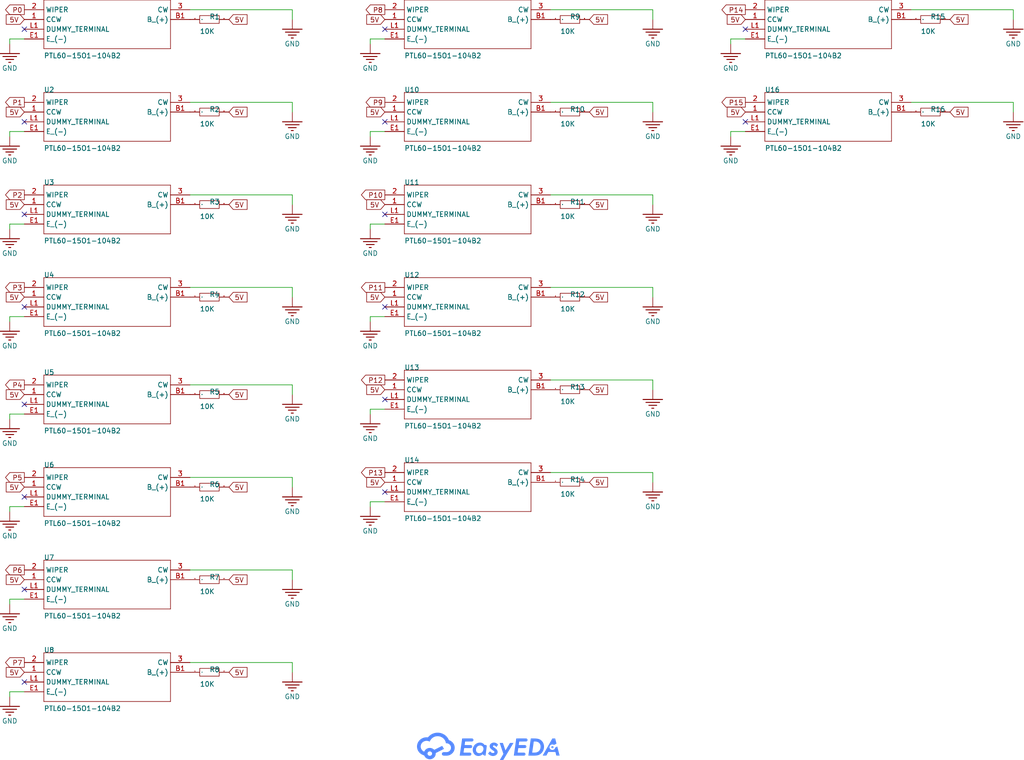
<source format=kicad_sch>
(kicad_sch (version 20231120) (generator "eeschema") (generator_version "8.0")
  (paper "User" 266.954 198.196)
  (lib_symbols
    (symbol "ProPrj_Fad-easyedapro:Drawing-Symbol_A4")
    (symbol "ProPrj_Fad-easyedapro:Ground-GND" (power) (pin_numbers hide) (pin_names hide)
      (property "Value" "GND" (at 0 -6.35 0))
      (symbol "Ground-GND_1_0"
        (pin power_in line (at 0 0 270) (length 2.54) (name "") (number "1"))
      )
    )
    (symbol "ProPrj_Fad-easyedapro:PTL60-15O1-104B2"
      (symbol "PTL60-15O1-104B2_1_0"
        (pin bidirectional line (at 0 -2.54 0) (length 5.08) (name "CCW") (number "1"))
        (pin bidirectional line (at 0 0 0) (length 5.08) (name "WIPER") (number "2"))
        (pin bidirectional line (at 43.18 0 180) (length 5.08) (name "CW") (number "3"))
        (pin bidirectional line (at 43.18 -2.54 180) (length 5.08) (name "B_(+)") (number "B1"))
        (pin bidirectional line (at 0 -7.62 0) (length 5.08) (name "E_(-)") (number "E1"))
        (pin bidirectional line (at 0 -5.08 0) (length 5.08) (name "DUMMY_TERMINAL") (number "L1"))
      )
    )
    (symbol "ProPrj_Fad-easyedapro:Res"
      (symbol "Res_1_0"
        (pin input line (at -5.08 0 0) (length 2.54) (name "1") (number "1"))
        (pin input line (at 5.08 0 180) (length 2.54) (name "2") (number "2"))
      )
    )
  )
  (no_connect (at 6.35 105.41))
  (no_connect (at 6.35 80.01))
  (no_connect (at 100.33 80.01))
  (no_connect (at 6.35 153.67))
  (no_connect (at 100.33 104.14))
  (no_connect (at 194.31 31.75))
  (no_connect (at 100.33 31.75))
  (no_connect (at 100.33 55.88))
  (no_connect (at 6.35 31.75))
  (no_connect (at 6.35 55.88))
  (no_connect (at 6.35 177.8))
  (no_connect (at 100.33 128.27))
  (no_connect (at 194.31 7.62))
  (no_connect (at 6.35 129.54))
  (no_connect (at 100.33 7.62))
  (no_connect (at 6.35 7.62))
  (wire (pts (xy 100.33 10.16) (xy 96.52 10.16)))
  (wire (pts (xy 190.5 34.29) (xy 190.5 35.56)))
  (wire (pts (xy 49.53 172.72) (xy 76.2 172.72)))
  (wire (pts (xy 100.33 130.81) (xy 96.52 130.81)))
  (wire (pts (xy 2.54 132.08) (xy 2.54 133.35)))
  (wire (pts (xy 96.52 106.68) (xy 96.52 107.95)))
  (wire (pts (xy 143.51 2.54) (xy 170.18 2.54)))
  (wire (pts (xy 143.51 74.93) (xy 170.18 74.93)))
  (wire (pts (xy 49.53 148.59) (xy 76.2 148.59)))
  (wire (pts (xy 143.51 123.19) (xy 170.18 123.19)))
  (wire (pts (xy 2.54 82.55) (xy 2.54 83.82)))
  (wire (pts (xy 170.18 77.47) (xy 170.18 74.93)))
  (wire (pts (xy 194.31 34.29) (xy 190.5 34.29)))
  (wire (pts (xy 76.2 53.34) (xy 76.2 50.8)))
  (wire (pts (xy 49.53 74.93) (xy 76.2 74.93)))
  (wire (pts (xy 96.52 82.55) (xy 96.52 83.82)))
  (wire (pts (xy 6.35 132.08) (xy 2.54 132.08)))
  (wire (pts (xy 76.2 29.21) (xy 76.2 26.67)))
  (wire (pts (xy 76.2 127) (xy 76.2 124.46)))
  (wire (pts (xy 264.16 29.21) (xy 264.16 26.67)))
  (wire (pts (xy 96.52 10.16) (xy 96.52 11.43)))
  (wire (pts (xy 49.53 26.67) (xy 76.2 26.67)))
  (wire (pts (xy 143.51 26.67) (xy 170.18 26.67)))
  (wire (pts (xy 49.53 100.33) (xy 76.2 100.33)))
  (wire (pts (xy 170.18 5.08) (xy 170.18 2.54)))
  (wire (pts (xy 76.2 151.13) (xy 76.2 148.59)))
  (wire (pts (xy 100.33 106.68) (xy 96.52 106.68)))
  (wire (pts (xy 49.53 124.46) (xy 76.2 124.46)))
  (wire (pts (xy 2.54 10.16) (xy 2.54 11.43)))
  (wire (pts (xy 170.18 101.6) (xy 170.18 99.06)))
  (wire (pts (xy 6.35 156.21) (xy 2.54 156.21)))
  (wire (pts (xy 100.33 58.42) (xy 96.52 58.42)))
  (wire (pts (xy 143.51 50.8) (xy 170.18 50.8)))
  (wire (pts (xy 2.54 107.95) (xy 2.54 109.22)))
  (wire (pts (xy 96.52 130.81) (xy 96.52 132.08)))
  (wire (pts (xy 237.49 26.67) (xy 264.16 26.67)))
  (wire (pts (xy 264.16 5.08) (xy 264.16 2.54)))
  (wire (pts (xy 2.54 34.29) (xy 2.54 35.56)))
  (wire (pts (xy 170.18 29.21) (xy 170.18 26.67)))
  (wire (pts (xy 6.35 34.29) (xy 2.54 34.29)))
  (wire (pts (xy 76.2 77.47) (xy 76.2 74.93)))
  (wire (pts (xy 96.52 58.42) (xy 96.52 59.69)))
  (wire (pts (xy 6.35 58.42) (xy 2.54 58.42)))
  (wire (pts (xy 190.5 10.16) (xy 190.5 11.43)))
  (wire (pts (xy 170.18 53.34) (xy 170.18 50.8)))
  (wire (pts (xy 2.54 156.21) (xy 2.54 157.48)))
  (wire (pts (xy 100.33 34.29) (xy 96.52 34.29)))
  (wire (pts (xy 2.54 180.34) (xy 2.54 181.61)))
  (wire (pts (xy 100.33 82.55) (xy 96.52 82.55)))
  (wire (pts (xy 6.35 180.34) (xy 2.54 180.34)))
  (wire (pts (xy 143.51 99.06) (xy 170.18 99.06)))
  (wire (pts (xy 237.49 2.54) (xy 264.16 2.54)))
  (wire (pts (xy 6.35 107.95) (xy 2.54 107.95)))
  (wire (pts (xy 49.53 2.54) (xy 76.2 2.54)))
  (wire (pts (xy 6.35 10.16) (xy 2.54 10.16)))
  (wire (pts (xy 49.53 50.8) (xy 76.2 50.8)))
  (wire (pts (xy 2.54 58.42) (xy 2.54 59.69)))
  (wire (pts (xy 76.2 102.87) (xy 76.2 100.33)))
  (wire (pts (xy 96.52 34.29) (xy 96.52 35.56)))
  (wire (pts (xy 6.35 82.55) (xy 2.54 82.55)))
  (wire (pts (xy 76.2 175.26) (xy 76.2 172.72)))
  (wire (pts (xy 76.2 5.08) (xy 76.2 2.54)))
  (wire (pts (xy 194.31 10.16) (xy 190.5 10.16)))
  (wire (pts (xy 170.18 125.73) (xy 170.18 123.19)))
  (global_label "5V" (shape input) (at 153.67 53.34 0) (property "Intersheetrefs" "${INTERSHEET_REFS}" (effects (hide yes))))
  (global_label "P14" (shape output) (at 194.31 2.54 180) (property "Intersheetrefs" "${INTERSHEET_REFS}" (effects (hide yes))))
  (global_label "5V" (shape input) (at 6.35 102.87 180) (property "Intersheetrefs" "${INTERSHEET_REFS}" (effects (hide yes))))
  (global_label "P15" (shape output) (at 194.31 26.67 180) (property "Intersheetrefs" "${INTERSHEET_REFS}" (effects (hide yes))))
  (global_label "5V" (shape input) (at 59.69 175.26 0) (property "Intersheetrefs" "${INTERSHEET_REFS}" (effects (hide yes))))
  (global_label "5V" (shape input) (at 6.35 5.08 180) (property "Intersheetrefs" "${INTERSHEET_REFS}" (effects (hide yes))))
  (global_label "5V" (shape input) (at 59.69 5.08 0) (property "Intersheetrefs" "${INTERSHEET_REFS}" (effects (hide yes))))
  (global_label "P1" (shape output) (at 6.35 26.67 180) (property "Intersheetrefs" "${INTERSHEET_REFS}" (effects (hide yes))))
  (global_label "P11" (shape output) (at 100.33 74.93 180) (property "Intersheetrefs" "${INTERSHEET_REFS}" (effects (hide yes))))
  (global_label "5V" (shape input) (at 100.33 77.47 180) (property "Intersheetrefs" "${INTERSHEET_REFS}" (effects (hide yes))))
  (global_label "5V" (shape input) (at 153.67 5.08 0) (property "Intersheetrefs" "${INTERSHEET_REFS}" (effects (hide yes))))
  (global_label "5V" (shape input) (at 100.33 53.34 180) (property "Intersheetrefs" "${INTERSHEET_REFS}" (effects (hide yes))))
  (global_label "5V" (shape input) (at 153.67 101.6 0) (property "Intersheetrefs" "${INTERSHEET_REFS}" (effects (hide yes))))
  (global_label "P3" (shape output) (at 6.35 74.93 180) (property "Intersheetrefs" "${INTERSHEET_REFS}" (effects (hide yes))))
  (global_label "5V" (shape input) (at 100.33 125.73 180) (property "Intersheetrefs" "${INTERSHEET_REFS}" (effects (hide yes))))
  (global_label "P6" (shape output) (at 6.35 148.59 180) (property "Intersheetrefs" "${INTERSHEET_REFS}" (effects (hide yes))))
  (global_label "P2" (shape output) (at 6.35 50.8 180) (property "Intersheetrefs" "${INTERSHEET_REFS}" (effects (hide yes))))
  (global_label "P7" (shape output) (at 6.35 172.72 180) (property "Intersheetrefs" "${INTERSHEET_REFS}" (effects (hide yes))))
  (global_label "P10" (shape output) (at 100.33 50.8 180) (property "Intersheetrefs" "${INTERSHEET_REFS}" (effects (hide yes))))
  (global_label "5V" (shape input) (at 59.69 29.21 0) (property "Intersheetrefs" "${INTERSHEET_REFS}" (effects (hide yes))))
  (global_label "5V" (shape input) (at 6.35 29.21 180) (property "Intersheetrefs" "${INTERSHEET_REFS}" (effects (hide yes))))
  (global_label "5V" (shape input) (at 153.67 29.21 0) (property "Intersheetrefs" "${INTERSHEET_REFS}" (effects (hide yes))))
  (global_label "P5" (shape output) (at 6.35 124.46 180) (property "Intersheetrefs" "${INTERSHEET_REFS}" (effects (hide yes))))
  (global_label "5V" (shape input) (at 247.65 5.08 0) (property "Intersheetrefs" "${INTERSHEET_REFS}" (effects (hide yes))))
  (global_label "5V" (shape input) (at 59.69 151.13 0) (property "Intersheetrefs" "${INTERSHEET_REFS}" (effects (hide yes))))
  (global_label "P4" (shape output) (at 6.35 100.33 180) (property "Intersheetrefs" "${INTERSHEET_REFS}" (effects (hide yes))))
  (global_label "5V" (shape input) (at 100.33 29.21 180) (property "Intersheetrefs" "${INTERSHEET_REFS}" (effects (hide yes))))
  (global_label "5V" (shape input) (at 6.35 53.34 180) (property "Intersheetrefs" "${INTERSHEET_REFS}" (effects (hide yes))))
  (global_label "5V" (shape input) (at 194.31 5.08 180) (property "Intersheetrefs" "${INTERSHEET_REFS}" (effects (hide yes))))
  (global_label "P8" (shape output) (at 100.33 2.54 180) (property "Intersheetrefs" "${INTERSHEET_REFS}" (effects (hide yes))))
  (global_label "5V" (shape input) (at 100.33 5.08 180) (property "Intersheetrefs" "${INTERSHEET_REFS}" (effects (hide yes))))
  (global_label "P12" (shape output) (at 100.33 99.06 180) (property "Intersheetrefs" "${INTERSHEET_REFS}" (effects (hide yes))))
  (global_label "5V" (shape input) (at 6.35 77.47 180) (property "Intersheetrefs" "${INTERSHEET_REFS}" (effects (hide yes))))
  (global_label "5V" (shape input) (at 59.69 127 0) (property "Intersheetrefs" "${INTERSHEET_REFS}" (effects (hide yes))))
  (global_label "P0" (shape output) (at 6.35 2.54 180) (property "Intersheetrefs" "${INTERSHEET_REFS}" (effects (hide yes))))
  (global_label "5V" (shape input) (at 6.35 175.26 180) (property "Intersheetrefs" "${INTERSHEET_REFS}" (effects (hide yes))))
  (global_label "P13" (shape output) (at 100.33 123.19 180) (property "Intersheetrefs" "${INTERSHEET_REFS}" (effects (hide yes))))
  (global_label "5V" (shape input) (at 59.69 77.47 0) (property "Intersheetrefs" "${INTERSHEET_REFS}" (effects (hide yes))))
  (global_label "5V" (shape input) (at 153.67 125.73 0) (property "Intersheetrefs" "${INTERSHEET_REFS}" (effects (hide yes))))
  (global_label "P9" (shape output) (at 100.33 26.67 180) (property "Intersheetrefs" "${INTERSHEET_REFS}" (effects (hide yes))))
  (global_label "5V" (shape input) (at 6.35 127 180) (property "Intersheetrefs" "${INTERSHEET_REFS}" (effects (hide yes))))
  (global_label "5V" (shape input) (at 194.31 29.21 180) (property "Intersheetrefs" "${INTERSHEET_REFS}" (effects (hide yes))))
  (global_label "5V" (shape input) (at 247.65 29.21 0) (property "Intersheetrefs" "${INTERSHEET_REFS}" (effects (hide yes))))
  (global_label "5V" (shape input) (at 59.69 53.34 0) (property "Intersheetrefs" "${INTERSHEET_REFS}" (effects (hide yes))))
  (global_label "5V" (shape input) (at 153.67 77.47 0) (property "Intersheetrefs" "${INTERSHEET_REFS}" (effects (hide yes))))
  (global_label "5V" (shape input) (at 100.33 101.6 180) (property "Intersheetrefs" "${INTERSHEET_REFS}" (effects (hide yes))))
  (global_label "5V" (shape input) (at 59.69 102.87 0) (property "Intersheetrefs" "${INTERSHEET_REFS}" (effects (hide yes))))
  (global_label "5V" (shape input) (at 6.35 151.13 180) (property "Intersheetrefs" "${INTERSHEET_REFS}" (effects (hide yes))))
  (symbol (lib_id "ProPrj_Fad-easyedapro:PTL60-15O1-104B2") (at 100.33 50.8 0) (unit 1)
    (property "Reference" "U11" (at 105.41 48.26 0) (effects (justify left bottom)))
    (property "Value" "PTL60-15O1-104B2" (at 105.41 63.5 0) (effects (justify left bottom)))
    (property "Footprint" "ProPrj_Fad-easyedapro:PTL6015O1104B2" (effects (hide yes)))
  )
  (symbol (lib_id "ProPrj_Fad-easyedapro:PTL60-15O1-104B2") (at 100.33 99.06 0) (unit 1)
    (property "Reference" "U13" (at 105.41 96.52 0) (effects (justify left bottom)))
    (property "Value" "PTL60-15O1-104B2" (at 105.41 111.76 0) (effects (justify left bottom)))
    (property "Footprint" "ProPrj_Fad-easyedapro:PTL6015O1104B2" (effects (hide yes)))
  )
  (symbol (lib_id "ProPrj_Fad-easyedapro:Ground-GND") (at 96.52 83.82 0) (unit 1)
    (property "Reference" "#PWR?" (effects (hide yes)))
    (property "Value" "GND" (at 96.52 90.17 0))
    (property "Footprint" "ProPrj_Fad-easyedapro:" (effects (hide yes)))
  )
  (symbol (lib_id "ProPrj_Fad-easyedapro:Res") (at 54.61 151.13 0) (unit 1)
    (property "Reference" "R7" (at 54.61 151.13 0) (effects (justify left bottom)))
    (property "Value" "10K" (at 52.07 154.94 0) (effects (justify left bottom)))
    (property "Footprint" "ProPrj_Fad-easyedapro:R0603" (effects (hide yes)))
  )
  (symbol (lib_id "ProPrj_Fad-easyedapro:Ground-GND") (at 2.54 59.69 0) (unit 1)
    (property "Reference" "#PWR?" (effects (hide yes)))
    (property "Value" "GND" (at 2.54 66.04 0))
    (property "Footprint" "ProPrj_Fad-easyedapro:" (effects (hide yes)))
  )
  (symbol (lib_id "ProPrj_Fad-easyedapro:Res") (at 148.59 5.08 0) (unit 1)
    (property "Reference" "R9" (at 148.59 5.08 0) (effects (justify left bottom)))
    (property "Value" "10K" (at 146.05 8.89 0) (effects (justify left bottom)))
    (property "Footprint" "ProPrj_Fad-easyedapro:R0603" (effects (hide yes)))
  )
  (symbol (lib_id "ProPrj_Fad-easyedapro:Ground-GND") (at 170.18 101.6 0) (unit 1)
    (property "Reference" "#PWR?" (effects (hide yes)))
    (property "Value" "GND" (at 170.18 107.95 0))
    (property "Footprint" "ProPrj_Fad-easyedapro:" (effects (hide yes)))
  )
  (symbol (lib_id "ProPrj_Fad-easyedapro:Res") (at 54.61 29.21 0) (unit 1)
    (property "Reference" "R2" (at 54.61 29.21 0) (effects (justify left bottom)))
    (property "Value" "10K" (at 52.07 33.02 0) (effects (justify left bottom)))
    (property "Footprint" "ProPrj_Fad-easyedapro:R0603" (effects (hide yes)))
  )
  (symbol (lib_id "ProPrj_Fad-easyedapro:Ground-GND") (at 2.54 157.48 0) (unit 1)
    (property "Reference" "#PWR?" (effects (hide yes)))
    (property "Value" "GND" (at 2.54 163.83 0))
    (property "Footprint" "ProPrj_Fad-easyedapro:" (effects (hide yes)))
  )
  (symbol (lib_id "ProPrj_Fad-easyedapro:Ground-GND") (at 76.2 151.13 0) (unit 1)
    (property "Reference" "#PWR?" (effects (hide yes)))
    (property "Value" "GND" (at 76.2 157.48 0))
    (property "Footprint" "ProPrj_Fad-easyedapro:" (effects (hide yes)))
  )
  (symbol (lib_id "ProPrj_Fad-easyedapro:PTL60-15O1-104B2") (at 6.35 2.54 0) (unit 1)
    (property "Reference" "U1" (at 11.43 0 0) (effects (justify left bottom)))
    (property "Value" "PTL60-15O1-104B2" (at 11.43 15.24 0) (effects (justify left bottom)))
    (property "Footprint" "ProPrj_Fad-easyedapro:PTL6015O1104B2" (effects (hide yes)))
  )
  (symbol (lib_id "ProPrj_Fad-easyedapro:Ground-GND") (at 96.52 132.08 0) (unit 1)
    (property "Reference" "#PWR?" (effects (hide yes)))
    (property "Value" "GND" (at 96.52 138.43 0))
    (property "Footprint" "ProPrj_Fad-easyedapro:" (effects (hide yes)))
  )
  (symbol (lib_id "ProPrj_Fad-easyedapro:PTL60-15O1-104B2") (at 6.35 100.33 0) (unit 1)
    (property "Reference" "U5" (at 11.43 97.79 0) (effects (justify left bottom)))
    (property "Value" "PTL60-15O1-104B2" (at 11.43 113.03 0) (effects (justify left bottom)))
    (property "Footprint" "ProPrj_Fad-easyedapro:PTL6015O1104B2" (effects (hide yes)))
  )
  (symbol (lib_id "ProPrj_Fad-easyedapro:Ground-GND") (at 76.2 77.47 0) (unit 1)
    (property "Reference" "#PWR?" (effects (hide yes)))
    (property "Value" "GND" (at 76.2 83.82 0))
    (property "Footprint" "ProPrj_Fad-easyedapro:" (effects (hide yes)))
  )
  (symbol (lib_id "ProPrj_Fad-easyedapro:Ground-GND") (at 190.5 11.43 0) (unit 1)
    (property "Reference" "#PWR?" (effects (hide yes)))
    (property "Value" "GND" (at 190.5 17.78 0))
    (property "Footprint" "ProPrj_Fad-easyedapro:" (effects (hide yes)))
  )
  (symbol (lib_id "ProPrj_Fad-easyedapro:Ground-GND") (at 264.16 29.21 0) (unit 1)
    (property "Reference" "#PWR?" (effects (hide yes)))
    (property "Value" "GND" (at 264.16 35.56 0))
    (property "Footprint" "ProPrj_Fad-easyedapro:" (effects (hide yes)))
  )
  (symbol (lib_id "ProPrj_Fad-easyedapro:Res") (at 54.61 53.34 0) (unit 1)
    (property "Reference" "R3" (at 54.61 53.34 0) (effects (justify left bottom)))
    (property "Value" "10K" (at 52.07 57.15 0) (effects (justify left bottom)))
    (property "Footprint" "ProPrj_Fad-easyedapro:R0603" (effects (hide yes)))
  )
  (symbol (lib_id "ProPrj_Fad-easyedapro:Ground-GND") (at 76.2 102.87 0) (unit 1)
    (property "Reference" "#PWR?" (effects (hide yes)))
    (property "Value" "GND" (at 76.2 109.22 0))
    (property "Footprint" "ProPrj_Fad-easyedapro:" (effects (hide yes)))
  )
  (symbol (lib_id "ProPrj_Fad-easyedapro:Ground-GND") (at 264.16 5.08 0) (unit 1)
    (property "Reference" "#PWR?" (effects (hide yes)))
    (property "Value" "GND" (at 264.16 11.43 0))
    (property "Footprint" "ProPrj_Fad-easyedapro:" (effects (hide yes)))
  )
  (symbol (lib_id "ProPrj_Fad-easyedapro:Res") (at 54.61 77.47 0) (unit 1)
    (property "Reference" "R4" (at 54.61 77.47 0) (effects (justify left bottom)))
    (property "Value" "10K" (at 52.07 81.28 0) (effects (justify left bottom)))
    (property "Footprint" "ProPrj_Fad-easyedapro:R0603" (effects (hide yes)))
  )
  (symbol (lib_id "ProPrj_Fad-easyedapro:Ground-GND") (at 2.54 133.35 0) (unit 1)
    (property "Reference" "#PWR?" (effects (hide yes)))
    (property "Value" "GND" (at 2.54 139.7 0))
    (property "Footprint" "ProPrj_Fad-easyedapro:" (effects (hide yes)))
  )
  (symbol (lib_id "ProPrj_Fad-easyedapro:Ground-GND") (at 2.54 181.61 0) (unit 1)
    (property "Reference" "#PWR?" (effects (hide yes)))
    (property "Value" "GND" (at 2.54 187.96 0))
    (property "Footprint" "ProPrj_Fad-easyedapro:" (effects (hide yes)))
  )
  (symbol (lib_id "ProPrj_Fad-easyedapro:Ground-GND") (at 2.54 83.82 0) (unit 1)
    (property "Reference" "#PWR?" (effects (hide yes)))
    (property "Value" "GND" (at 2.54 90.17 0))
    (property "Footprint" "ProPrj_Fad-easyedapro:" (effects (hide yes)))
  )
  (symbol (lib_id "ProPrj_Fad-easyedapro:PTL60-15O1-104B2") (at 194.31 2.54 0) (unit 1)
    (property "Reference" "U15" (at 199.39 0 0) (effects (justify left bottom)))
    (property "Value" "PTL60-15O1-104B2" (at 199.39 15.24 0) (effects (justify left bottom)))
    (property "Footprint" "ProPrj_Fad-easyedapro:PTL6015O1104B2" (effects (hide yes)))
  )
  (symbol (lib_id "ProPrj_Fad-easyedapro:Ground-GND") (at 96.52 35.56 0) (unit 1)
    (property "Reference" "#PWR?" (effects (hide yes)))
    (property "Value" "GND" (at 96.52 41.91 0))
    (property "Footprint" "ProPrj_Fad-easyedapro:" (effects (hide yes)))
  )
  (symbol (lib_id "ProPrj_Fad-easyedapro:Res") (at 242.57 29.21 0) (unit 1)
    (property "Reference" "R16" (at 242.57 29.21 0) (effects (justify left bottom)))
    (property "Value" "10K" (at 240.03 33.02 0) (effects (justify left bottom)))
    (property "Footprint" "ProPrj_Fad-easyedapro:R0603" (effects (hide yes)))
  )
  (symbol (lib_id "ProPrj_Fad-easyedapro:Ground-GND") (at 170.18 29.21 0) (unit 1)
    (property "Reference" "#PWR?" (effects (hide yes)))
    (property "Value" "GND" (at 170.18 35.56 0))
    (property "Footprint" "ProPrj_Fad-easyedapro:" (effects (hide yes)))
  )
  (symbol (lib_id "ProPrj_Fad-easyedapro:Res") (at 148.59 77.47 0) (unit 1)
    (property "Reference" "R12" (at 148.59 77.47 0) (effects (justify left bottom)))
    (property "Value" "10K" (at 146.05 81.28 0) (effects (justify left bottom)))
    (property "Footprint" "ProPrj_Fad-easyedapro:R0603" (effects (hide yes)))
  )
  (symbol (lib_id "ProPrj_Fad-easyedapro:Ground-GND") (at 96.52 59.69 0) (unit 1)
    (property "Reference" "#PWR?" (effects (hide yes)))
    (property "Value" "GND" (at 96.52 66.04 0))
    (property "Footprint" "ProPrj_Fad-easyedapro:" (effects (hide yes)))
  )
  (symbol (lib_id "ProPrj_Fad-easyedapro:PTL60-15O1-104B2") (at 6.35 50.8 0) (unit 1)
    (property "Reference" "U3" (at 11.43 48.26 0) (effects (justify left bottom)))
    (property "Value" "PTL60-15O1-104B2" (at 11.43 63.5 0) (effects (justify left bottom)))
    (property "Footprint" "ProPrj_Fad-easyedapro:PTL6015O1104B2" (effects (hide yes)))
  )
  (symbol (lib_id "ProPrj_Fad-easyedapro:Res") (at 148.59 53.34 0) (unit 1)
    (property "Reference" "R11" (at 148.59 53.34 0) (effects (justify left bottom)))
    (property "Value" "10K" (at 146.05 57.15 0) (effects (justify left bottom)))
    (property "Footprint" "ProPrj_Fad-easyedapro:R0603" (effects (hide yes)))
  )
  (symbol (lib_id "ProPrj_Fad-easyedapro:PTL60-15O1-104B2") (at 100.33 2.54 0) (unit 1)
    (property "Reference" "U9" (at 105.41 0 0) (effects (justify left bottom)))
    (property "Value" "PTL60-15O1-104B2" (at 105.41 15.24 0) (effects (justify left bottom)))
    (property "Footprint" "ProPrj_Fad-easyedapro:PTL6015O1104B2" (effects (hide yes)))
  )
  (symbol (lib_id "ProPrj_Fad-easyedapro:PTL60-15O1-104B2") (at 6.35 26.67 0) (unit 1)
    (property "Reference" "U2" (at 11.43 24.13 0) (effects (justify left bottom)))
    (property "Value" "PTL60-15O1-104B2" (at 11.43 39.37 0) (effects (justify left bottom)))
    (property "Footprint" "ProPrj_Fad-easyedapro:PTL6015O1104B2" (effects (hide yes)))
  )
  (symbol (lib_id "ProPrj_Fad-easyedapro:Ground-GND") (at 2.54 109.22 0) (unit 1)
    (property "Reference" "#PWR?" (effects (hide yes)))
    (property "Value" "GND" (at 2.54 115.57 0))
    (property "Footprint" "ProPrj_Fad-easyedapro:" (effects (hide yes)))
  )
  (symbol (lib_id "ProPrj_Fad-easyedapro:Res") (at 148.59 29.21 0) (unit 1)
    (property "Reference" "R10" (at 148.59 29.21 0) (effects (justify left bottom)))
    (property "Value" "10K" (at 146.05 33.02 0) (effects (justify left bottom)))
    (property "Footprint" "ProPrj_Fad-easyedapro:R0603" (effects (hide yes)))
  )
  (symbol (lib_id "ProPrj_Fad-easyedapro:PTL60-15O1-104B2") (at 6.35 172.72 0) (unit 1)
    (property "Reference" "U8" (at 11.43 170.18 0) (effects (justify left bottom)))
    (property "Value" "PTL60-15O1-104B2" (at 11.43 185.42 0) (effects (justify left bottom)))
    (property "Footprint" "ProPrj_Fad-easyedapro:PTL6015O1104B2" (effects (hide yes)))
  )
  (symbol (lib_id "ProPrj_Fad-easyedapro:PTL60-15O1-104B2") (at 6.35 74.93 0) (unit 1)
    (property "Reference" "U4" (at 11.43 72.39 0) (effects (justify left bottom)))
    (property "Value" "PTL60-15O1-104B2" (at 11.43 87.63 0) (effects (justify left bottom)))
    (property "Footprint" "ProPrj_Fad-easyedapro:PTL6015O1104B2" (effects (hide yes)))
  )
  (symbol (lib_id "ProPrj_Fad-easyedapro:Ground-GND") (at 96.52 107.95 0) (unit 1)
    (property "Reference" "#PWR?" (effects (hide yes)))
    (property "Value" "GND" (at 96.52 114.3 0))
    (property "Footprint" "ProPrj_Fad-easyedapro:" (effects (hide yes)))
  )
  (symbol (lib_id "ProPrj_Fad-easyedapro:Res") (at 148.59 101.6 0) (unit 1)
    (property "Reference" "R13" (at 148.59 101.6 0) (effects (justify left bottom)))
    (property "Value" "10K" (at 146.05 105.41 0) (effects (justify left bottom)))
    (property "Footprint" "ProPrj_Fad-easyedapro:R0603" (effects (hide yes)))
  )
  (symbol (lib_id "ProPrj_Fad-easyedapro:Res") (at 54.61 175.26 0) (unit 1)
    (property "Reference" "R8" (at 54.61 175.26 0) (effects (justify left bottom)))
    (property "Value" "10K" (at 52.07 179.07 0) (effects (justify left bottom)))
    (property "Footprint" "ProPrj_Fad-easyedapro:R0603" (effects (hide yes)))
  )
  (symbol (lib_id "ProPrj_Fad-easyedapro:PTL60-15O1-104B2") (at 100.33 26.67 0) (unit 1)
    (property "Reference" "U10" (at 105.41 24.13 0) (effects (justify left bottom)))
    (property "Value" "PTL60-15O1-104B2" (at 105.41 39.37 0) (effects (justify left bottom)))
    (property "Footprint" "ProPrj_Fad-easyedapro:PTL6015O1104B2" (effects (hide yes)))
  )
  (symbol (lib_id "ProPrj_Fad-easyedapro:Ground-GND") (at 190.5 35.56 0) (unit 1)
    (property "Reference" "#PWR?" (effects (hide yes)))
    (property "Value" "GND" (at 190.5 41.91 0))
    (property "Footprint" "ProPrj_Fad-easyedapro:" (effects (hide yes)))
  )
  (symbol (lib_id "ProPrj_Fad-easyedapro:Res") (at 54.61 127 0) (unit 1)
    (property "Reference" "R6" (at 54.61 127 0) (effects (justify left bottom)))
    (property "Value" "10K" (at 52.07 130.81 0) (effects (justify left bottom)))
    (property "Footprint" "ProPrj_Fad-easyedapro:R0603" (effects (hide yes)))
  )
  (symbol (lib_id "ProPrj_Fad-easyedapro:Ground-GND") (at 170.18 5.08 0) (unit 1)
    (property "Reference" "#PWR?" (effects (hide yes)))
    (property "Value" "GND" (at 170.18 11.43 0))
    (property "Footprint" "ProPrj_Fad-easyedapro:" (effects (hide yes)))
  )
  (symbol (lib_id "ProPrj_Fad-easyedapro:Res") (at 148.59 125.73 0) (unit 1)
    (property "Reference" "R14" (at 148.59 125.73 0) (effects (justify left bottom)))
    (property "Value" "10K" (at 146.05 129.54 0) (effects (justify left bottom)))
    (property "Footprint" "ProPrj_Fad-easyedapro:R0603" (effects (hide yes)))
  )
  (symbol (lib_id "ProPrj_Fad-easyedapro:Res") (at 54.61 102.87 0) (unit 1)
    (property "Reference" "R5" (at 54.61 102.87 0) (effects (justify left bottom)))
    (property "Value" "10K" (at 52.07 106.68 0) (effects (justify left bottom)))
    (property "Footprint" "ProPrj_Fad-easyedapro:R0603" (effects (hide yes)))
  )
  (symbol (lib_id "ProPrj_Fad-easyedapro:Ground-GND") (at 76.2 29.21 0) (unit 1)
    (property "Reference" "#PWR?" (effects (hide yes)))
    (property "Value" "GND" (at 76.2 35.56 0))
    (property "Footprint" "ProPrj_Fad-easyedapro:" (effects (hide yes)))
  )
  (symbol (lib_id "ProPrj_Fad-easyedapro:Ground-GND") (at 170.18 53.34 0) (unit 1)
    (property "Reference" "#PWR?" (effects (hide yes)))
    (property "Value" "GND" (at 170.18 59.69 0))
    (property "Footprint" "ProPrj_Fad-easyedapro:" (effects (hide yes)))
  )
  (symbol (lib_id "ProPrj_Fad-easyedapro:Ground-GND") (at 2.54 11.43 0) (unit 1)
    (property "Reference" "#PWR?" (effects (hide yes)))
    (property "Value" "GND" (at 2.54 17.78 0))
    (property "Footprint" "ProPrj_Fad-easyedapro:" (effects (hide yes)))
  )
  (symbol (lib_id "ProPrj_Fad-easyedapro:PTL60-15O1-104B2") (at 100.33 74.93 0) (unit 1)
    (property "Reference" "U12" (at 105.41 72.39 0) (effects (justify left bottom)))
    (property "Value" "PTL60-15O1-104B2" (at 105.41 87.63 0) (effects (justify left bottom)))
    (property "Footprint" "ProPrj_Fad-easyedapro:PTL6015O1104B2" (effects (hide yes)))
  )
  (symbol (lib_id "ProPrj_Fad-easyedapro:Drawing-Symbol_A4") (at -15.24 201.93 0) (unit 1)
    (property "Reference" "?" (at -15.24 201.93 0))
    (property "Footprint" "ProPrj_Fad-easyedapro:" (effects (hide yes)))
    (property "@Board Name" "Board1" (effects (hide yes)))
    (property "@Create Date" "2025-02-10" (effects (hide yes)))
    (property "@Create Time" "15:42:36" (effects (hide yes)))
    (property "@Page Count" "1" (effects (hide yes)))
    (property "@Page Name" "P1" (effects (hide yes)))
    (property "@Page No" "1" (effects (hide yes)))
    (property "@Project Name" "FaderBay" (effects (hide yes)))
    (property "@Schematic Name" "Schematic1" (effects (hide yes)))
    (property "@Update Date" "2025-02-10" (effects (hide yes)))
    (property "@Update Time" "16:42:36" (effects (hide yes)))
    (property "Blade Width" "10" (effects (hide yes)))
    (property "Border" "1" (effects (hide yes)))
    (property "Company" "EasyEDA.com" (effects (hide yes)))
    (property "Height" "825" (effects (hide yes)))
    (property "Page Size" "A4" (effects (hide yes)))
    (property "Region Start" "1" (effects (hide yes)))
    (property "Title Block" "1" (effects (hide yes)))
    (property "Title Block Position" "3" (effects (hide yes)))
    (property "Version" "V1.0" (effects (hide yes)))
    (property "Width" "1170" (effects (hide yes)))
    (property "X Region Count" "6" (effects (hide yes)))
    (property "Y Region Count" "4" (effects (hide yes)))
  )
  (symbol (lib_id "ProPrj_Fad-easyedapro:Res") (at 54.61 5.08 0) (unit 1)
    (property "Reference" "R1" (at 54.61 5.08 0) (effects (justify left bottom)))
    (property "Value" "10K" (at 52.07 8.89 0) (effects (justify left bottom)))
    (property "Footprint" "ProPrj_Fad-easyedapro:R0603" (effects (hide yes)))
  )
  (symbol (lib_id "ProPrj_Fad-easyedapro:Ground-GND") (at 76.2 5.08 0) (unit 1)
    (property "Reference" "#PWR?" (effects (hide yes)))
    (property "Value" "GND" (at 76.2 11.43 0))
    (property "Footprint" "ProPrj_Fad-easyedapro:" (effects (hide yes)))
  )
  (symbol (lib_id "ProPrj_Fad-easyedapro:Ground-GND") (at 76.2 127 0) (unit 1)
    (property "Reference" "#PWR?" (effects (hide yes)))
    (property "Value" "GND" (at 76.2 133.35 0))
    (property "Footprint" "ProPrj_Fad-easyedapro:" (effects (hide yes)))
  )
  (symbol (lib_id "ProPrj_Fad-easyedapro:Res") (at 242.57 5.08 0) (unit 1)
    (property "Reference" "R15" (at 242.57 5.08 0) (effects (justify left bottom)))
    (property "Value" "10K" (at 240.03 8.89 0) (effects (justify left bottom)))
    (property "Footprint" "ProPrj_Fad-easyedapro:R0603" (effects (hide yes)))
  )
  (symbol (lib_id "ProPrj_Fad-easyedapro:Ground-GND") (at 2.54 35.56 0) (unit 1)
    (property "Reference" "#PWR?" (effects (hide yes)))
    (property "Value" "GND" (at 2.54 41.91 0))
    (property "Footprint" "ProPrj_Fad-easyedapro:" (effects (hide yes)))
  )
  (symbol (lib_id "ProPrj_Fad-easyedapro:Ground-GND") (at 170.18 125.73 0) (unit 1)
    (property "Reference" "#PWR?" (effects (hide yes)))
    (property "Value" "GND" (at 170.18 132.08 0))
    (property "Footprint" "ProPrj_Fad-easyedapro:" (effects (hide yes)))
  )
  (symbol (lib_id "ProPrj_Fad-easyedapro:Ground-GND") (at 76.2 53.34 0) (unit 1)
    (property "Reference" "#PWR?" (effects (hide yes)))
    (property "Value" "GND" (at 76.2 59.69 0))
    (property "Footprint" "ProPrj_Fad-easyedapro:" (effects (hide yes)))
  )
  (symbol (lib_id "ProPrj_Fad-easyedapro:PTL60-15O1-104B2") (at 100.33 123.19 0) (unit 1)
    (property "Reference" "U14" (at 105.41 120.65 0) (effects (justify left bottom)))
    (property "Value" "PTL60-15O1-104B2" (at 105.41 135.89 0) (effects (justify left bottom)))
    (property "Footprint" "ProPrj_Fad-easyedapro:PTL6015O1104B2" (effects (hide yes)))
  )
  (symbol (lib_id "ProPrj_Fad-easyedapro:PTL60-15O1-104B2") (at 194.31 26.67 0) (unit 1)
    (property "Reference" "U16" (at 199.39 24.13 0) (effects (justify left bottom)))
    (property "Value" "PTL60-15O1-104B2" (at 199.39 39.37 0) (effects (justify left bottom)))
    (property "Footprint" "ProPrj_Fad-easyedapro:PTL6015O1104B2" (effects (hide yes)))
  )
  (symbol (lib_id "ProPrj_Fad-easyedapro:Ground-GND") (at 96.52 11.43 0) (unit 1)
    (property "Reference" "#PWR?" (effects (hide yes)))
    (property "Value" "GND" (at 96.52 17.78 0))
    (property "Footprint" "ProPrj_Fad-easyedapro:" (effects (hide yes)))
  )
  (symbol (lib_id "ProPrj_Fad-easyedapro:Ground-GND") (at 170.18 77.47 0) (unit 1)
    (property "Reference" "#PWR?" (effects (hide yes)))
    (property "Value" "GND" (at 170.18 83.82 0))
    (property "Footprint" "ProPrj_Fad-easyedapro:" (effects (hide yes)))
  )
  (symbol (lib_id "ProPrj_Fad-easyedapro:PTL60-15O1-104B2") (at 6.35 148.59 0) (unit 1)
    (property "Reference" "U7" (at 11.43 146.05 0) (effects (justify left bottom)))
    (property "Value" "PTL60-15O1-104B2" (at 11.43 161.29 0) (effects (justify left bottom)))
    (property "Footprint" "ProPrj_Fad-easyedapro:PTL6015O1104B2" (effects (hide yes)))
  )
  (symbol (lib_id "ProPrj_Fad-easyedapro:Ground-GND") (at 76.2 175.26 0) (unit 1)
    (property "Reference" "#PWR?" (effects (hide yes)))
    (property "Value" "GND" (at 76.2 181.61 0))
    (property "Footprint" "ProPrj_Fad-easyedapro:" (effects (hide yes)))
  )
  (symbol (lib_id "ProPrj_Fad-easyedapro:PTL60-15O1-104B2") (at 6.35 124.46 0) (unit 1)
    (property "Reference" "U6" (at 11.43 121.92 0) (effects (justify left bottom)))
    (property "Value" "PTL60-15O1-104B2" (at 11.43 137.16 0) (effects (justify left bottom)))
    (property "Footprint" "ProPrj_Fad-easyedapro:PTL6015O1104B2" (effects (hide yes)))
  )
)
</source>
